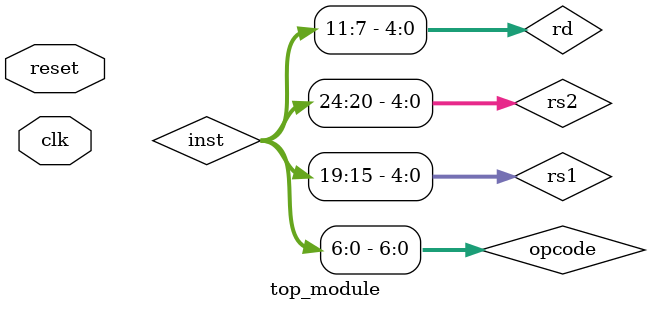
<source format=v>
module top_module (
    input clk,
    input reset
);

    // Program Counter
    wire [31:0] pc, next_pc;

    // Fetched Instruction
    wire [31:0] inst;

    // Immediate from imm_gen
    wire [31:0] imm;

    // Register File I/O
    wire [31:0] data1, data2;
    wire [4:0] rs1 = inst[19:15];
    wire [4:0] rs2 = inst[24:20];
    wire [4:0] rd  = inst[11:7];

    // Control signal detection
    wire [6:0] opcode = inst[6:0];
    wire [2:0] funct3 = inst[14:12];

    // Branch comparator outputs
    wire Eq, Lt;

    // ALU inputs and result
    wire [31:0] operandA, operandB;
    wire [31:0] alu_result;

    // Placeholder Data Memory
    wire [31:0] dataR;
    wire [31:0] dataW;

    // PC increment
    wire [31:0] pc_plus_4 = pc + 4;

    //Control Unit
    wire PCSel;
    wire [2:0] ImmSel;
    wire BrUn;
    wire Asel;
    wire Bsel;
    wire [3:0] alu_control;
    wire memRW;
    wire RegWEn;
    wire [1:0] WBSel;

//Module Instantiations
    program_counter pc_reg (
        .clk(clk),
        .reset(reset),
        .next_pc(next_pc),
        .pc(pc)
    );

    Branch_comp bc (
        .A(data1),
        .B(data2),
        .BrUn(1'b0),
        .Eq(Eq),
        .Lt(Lt)
    );

    control_unit cu(
        .control_in({inst[30], inst[14:12], inst[6:2], Eq, Lt}),
        .PCSel(PCSel),
        .ImmSel(ImmSel),
        .BrUn(BrUn),
        .Asel(Asel),
        .Bsel(Bsel),
        .alu_control(alu_control),
        .memRW(memRW),
        .RegWEn(RegWEn),
        .WBSel(WBSel)
    );

    inst_mem imem (
        .addr(pc),
        .dataR(inst)
    );

    imm_gen immgen (
        .inst(inst),
        .ImmSel(ImmSel),
        .imm_out(imm)
    );

    reg_file rf (
        .clk(clk),
        .RegWEn(RegWEn),
        .rs1(rs1),
        .rs2(rs2),
        .rsW(rd),
        .dataW(dataW),
        .data1(data1),
        .data2(data2)
    );

    mux2to1 operandA_mux (
        .in0(data1),
        .in1(pc),
        .sel(Asel),
        .out(operandA)
    );

    mux2to1 operandB_mux (
        .in0(data2),
        .in1(imm),
        .sel(Bsel),
        .out(operandB)
    );

    alu_logic alu (
        .op1(operandA),
        .op2(operandB),
        .alu_control(alu_control),
        .result(alu_result)
    );

    wire [31:0] jump_target = alu_result & 32'hFFFFFFFE;

    mux2to1 pcsel_mux (
        .in0(pc_plus_4),
        .in1(jump_target),
        .sel(PCSel),
        .out(next_pc)
    );

    data_mem dm (
        .clk(clk),
        .addr(alu_result),
        .dataW(data2),
        .memRW(memRW),
        .dataR(dataR)
    );

    mux3to1 wbsel_mux (
        .in0(dataR),
        .in1(alu_result),
        .in2(pc_plus_4),
        .sel(WBSel),
        .out(dataW)
    );

endmodule

</source>
